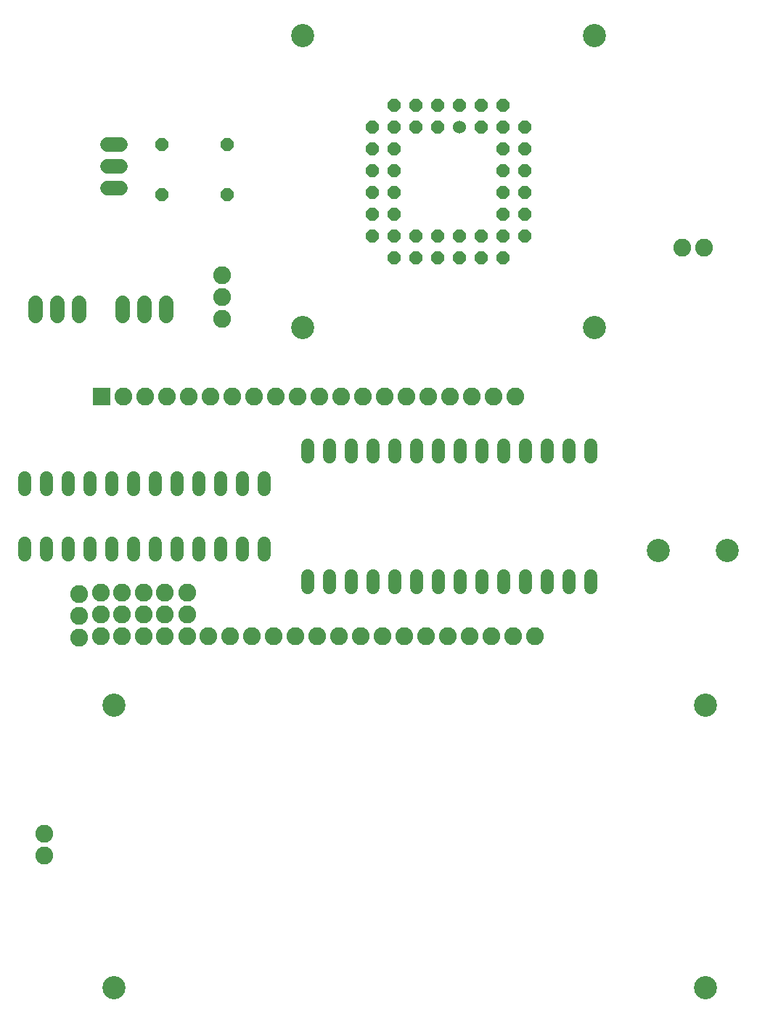
<source format=gbs>
G75*
G70*
%OFA0B0*%
%FSLAX24Y24*%
%IPPOS*%
%LPD*%
%AMOC8*
5,1,8,0,0,1.08239X$1,22.5*
%
%ADD10C,0.1064*%
%ADD11C,0.0820*%
%ADD12C,0.0600*%
%ADD13C,0.0600*%
%ADD14OC8,0.0600*%
%ADD15C,0.0680*%
%ADD16R,0.0820X0.0820*%
D10*
X005218Y002856D03*
X005218Y015848D03*
X013880Y033171D03*
X013880Y046557D03*
X027265Y046557D03*
X027265Y033171D03*
X030191Y022935D03*
X033387Y022935D03*
X032383Y015848D03*
X032383Y002856D03*
D11*
X024549Y018998D03*
X023549Y018998D03*
X022549Y018998D03*
X021549Y018998D03*
X020549Y018998D03*
X019549Y018998D03*
X018549Y018998D03*
X017549Y018998D03*
X016549Y018998D03*
X015549Y018998D03*
X014549Y018998D03*
X013549Y018998D03*
X012549Y018998D03*
X011549Y018998D03*
X010549Y018998D03*
X009549Y018998D03*
X008569Y018998D03*
X008569Y019998D03*
X008569Y020998D03*
X007553Y020998D03*
X006584Y020998D03*
X006584Y019998D03*
X007553Y019998D03*
X007553Y018998D03*
X006584Y018998D03*
X005569Y018998D03*
X005569Y019998D03*
X005569Y020998D03*
X004600Y020998D03*
X004600Y019998D03*
X004600Y018998D03*
X003600Y018950D03*
X003600Y019950D03*
X003600Y020950D03*
X005628Y030021D03*
X006628Y030021D03*
X007628Y030021D03*
X008628Y030021D03*
X009628Y030021D03*
X010628Y030021D03*
X011628Y030021D03*
X012628Y030021D03*
X013628Y030021D03*
X014628Y030021D03*
X015628Y030021D03*
X016628Y030021D03*
X017628Y030021D03*
X018628Y030021D03*
X019628Y030021D03*
X020628Y030021D03*
X021628Y030021D03*
X022628Y030021D03*
X023628Y030021D03*
X031289Y036844D03*
X032289Y036844D03*
X010163Y035569D03*
X010163Y034569D03*
X010163Y033569D03*
X002009Y009946D03*
X002009Y008946D03*
D12*
X002100Y022746D02*
X002100Y023266D01*
X003100Y023266D02*
X003100Y022746D01*
X004100Y022746D02*
X004100Y023266D01*
X005100Y023266D02*
X005100Y022746D01*
X006100Y022746D02*
X006100Y023266D01*
X007100Y023266D02*
X007100Y022746D01*
X008100Y022746D02*
X008100Y023266D01*
X009100Y023266D02*
X009100Y022746D01*
X010100Y022746D02*
X010100Y023266D01*
X011100Y023266D02*
X011100Y022746D01*
X012100Y022746D02*
X012100Y023266D01*
X012100Y025746D02*
X012100Y026266D01*
X011100Y026266D02*
X011100Y025746D01*
X010100Y025746D02*
X010100Y026266D01*
X009100Y026266D02*
X009100Y025746D01*
X008100Y025746D02*
X008100Y026266D01*
X007100Y026266D02*
X007100Y025746D01*
X006100Y025746D02*
X006100Y026266D01*
X005100Y026266D02*
X005100Y025746D01*
X004100Y025746D02*
X004100Y026266D01*
X003100Y026266D02*
X003100Y025746D01*
X002100Y025746D02*
X002100Y026266D01*
X001100Y026266D02*
X001100Y025746D01*
X001100Y023266D02*
X001100Y022746D01*
X014100Y021766D02*
X014100Y021246D01*
X015100Y021246D02*
X015100Y021766D01*
X016100Y021766D02*
X016100Y021246D01*
X017100Y021246D02*
X017100Y021766D01*
X018100Y021766D02*
X018100Y021246D01*
X019100Y021246D02*
X019100Y021766D01*
X020100Y021766D02*
X020100Y021246D01*
X021100Y021246D02*
X021100Y021766D01*
X022100Y021766D02*
X022100Y021246D01*
X023100Y021246D02*
X023100Y021766D01*
X024100Y021766D02*
X024100Y021246D01*
X025100Y021246D02*
X025100Y021766D01*
X026100Y021766D02*
X026100Y021246D01*
X027100Y021246D02*
X027100Y021766D01*
X027100Y027246D02*
X027100Y027766D01*
X026100Y027766D02*
X026100Y027246D01*
X025100Y027246D02*
X025100Y027766D01*
X024100Y027766D02*
X024100Y027246D01*
X023100Y027246D02*
X023100Y027766D01*
X022100Y027766D02*
X022100Y027246D01*
X021100Y027246D02*
X021100Y027766D01*
X020100Y027766D02*
X020100Y027246D01*
X019100Y027246D02*
X019100Y027766D01*
X018100Y027766D02*
X018100Y027246D01*
X017100Y027246D02*
X017100Y027766D01*
X016100Y027766D02*
X016100Y027246D01*
X015100Y027246D02*
X015100Y027766D01*
X014100Y027766D02*
X014100Y027246D01*
D13*
X021072Y042364D03*
D14*
X020072Y042364D03*
X020072Y043364D03*
X021072Y043364D03*
X022072Y043364D03*
X022072Y042364D03*
X023072Y042364D03*
X023072Y043364D03*
X024072Y042364D03*
X024072Y041364D03*
X024072Y040364D03*
X024072Y039364D03*
X024072Y038364D03*
X024072Y037364D03*
X023072Y037364D03*
X023072Y038364D03*
X023072Y039364D03*
X023072Y040364D03*
X023072Y041364D03*
X022072Y037364D03*
X021072Y037364D03*
X020072Y037364D03*
X019072Y037364D03*
X018072Y037364D03*
X018072Y038364D03*
X018072Y039364D03*
X018072Y040364D03*
X018072Y041364D03*
X018072Y042364D03*
X018072Y043364D03*
X019072Y043364D03*
X019072Y042364D03*
X017072Y042364D03*
X017072Y041364D03*
X017072Y040364D03*
X017072Y039364D03*
X017072Y038364D03*
X017072Y037364D03*
X018072Y036364D03*
X019072Y036364D03*
X020072Y036364D03*
X021072Y036364D03*
X022072Y036364D03*
X023072Y036364D03*
X010419Y039261D03*
X010419Y041580D03*
X007419Y041580D03*
X007419Y039261D03*
D15*
X005506Y039580D02*
X004906Y039580D01*
X004906Y040580D02*
X005506Y040580D01*
X005506Y041580D02*
X004906Y041580D01*
X005600Y034306D02*
X005600Y033706D01*
X006600Y033706D02*
X006600Y034306D01*
X007600Y034306D02*
X007600Y033706D01*
X003600Y033706D02*
X003600Y034306D01*
X002600Y034306D02*
X002600Y033706D01*
X001600Y033706D02*
X001600Y034306D01*
D16*
X004628Y030021D03*
M02*

</source>
